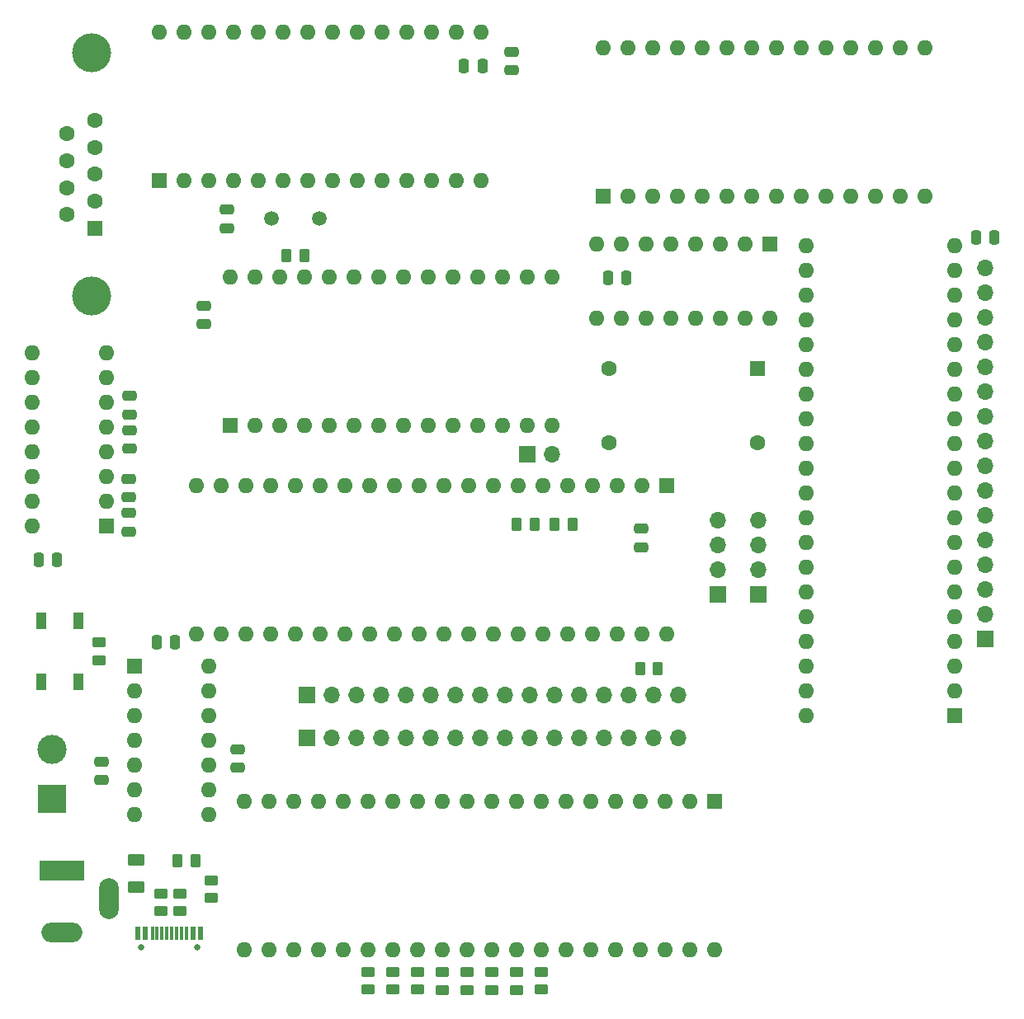
<source format=gbr>
%TF.GenerationSoftware,KiCad,Pcbnew,6.0.10-86aedd382b~118~ubuntu22.10.1*%
%TF.CreationDate,2023-07-04T19:59:14-07:00*%
%TF.ProjectId,6502v2,36353032-7632-42e6-9b69-6361645f7063,rev?*%
%TF.SameCoordinates,Original*%
%TF.FileFunction,Soldermask,Top*%
%TF.FilePolarity,Negative*%
%FSLAX46Y46*%
G04 Gerber Fmt 4.6, Leading zero omitted, Abs format (unit mm)*
G04 Created by KiCad (PCBNEW 6.0.10-86aedd382b~118~ubuntu22.10.1) date 2023-07-04 19:59:14*
%MOMM*%
%LPD*%
G01*
G04 APERTURE LIST*
G04 Aperture macros list*
%AMRoundRect*
0 Rectangle with rounded corners*
0 $1 Rounding radius*
0 $2 $3 $4 $5 $6 $7 $8 $9 X,Y pos of 4 corners*
0 Add a 4 corners polygon primitive as box body*
4,1,4,$2,$3,$4,$5,$6,$7,$8,$9,$2,$3,0*
0 Add four circle primitives for the rounded corners*
1,1,$1+$1,$2,$3*
1,1,$1+$1,$4,$5*
1,1,$1+$1,$6,$7*
1,1,$1+$1,$8,$9*
0 Add four rect primitives between the rounded corners*
20,1,$1+$1,$2,$3,$4,$5,0*
20,1,$1+$1,$4,$5,$6,$7,0*
20,1,$1+$1,$6,$7,$8,$9,0*
20,1,$1+$1,$8,$9,$2,$3,0*%
G04 Aperture macros list end*
%ADD10RoundRect,0.250000X0.450000X-0.262500X0.450000X0.262500X-0.450000X0.262500X-0.450000X-0.262500X0*%
%ADD11RoundRect,0.250000X0.250000X0.475000X-0.250000X0.475000X-0.250000X-0.475000X0.250000X-0.475000X0*%
%ADD12C,1.500000*%
%ADD13RoundRect,0.250000X0.475000X-0.250000X0.475000X0.250000X-0.475000X0.250000X-0.475000X-0.250000X0*%
%ADD14RoundRect,0.250000X-0.475000X0.250000X-0.475000X-0.250000X0.475000X-0.250000X0.475000X0.250000X0*%
%ADD15R,1.700000X1.700000*%
%ADD16O,1.700000X1.700000*%
%ADD17RoundRect,0.250000X-0.262500X-0.450000X0.262500X-0.450000X0.262500X0.450000X-0.262500X0.450000X0*%
%ADD18R,1.600000X1.600000*%
%ADD19O,1.600000X1.600000*%
%ADD20RoundRect,0.250000X-0.450000X0.262500X-0.450000X-0.262500X0.450000X-0.262500X0.450000X0.262500X0*%
%ADD21RoundRect,0.250000X0.262500X0.450000X-0.262500X0.450000X-0.262500X-0.450000X0.262500X-0.450000X0*%
%ADD22C,0.650000*%
%ADD23R,0.600000X1.450000*%
%ADD24R,0.300000X1.450000*%
%ADD25RoundRect,0.250000X0.625000X-0.375000X0.625000X0.375000X-0.625000X0.375000X-0.625000X-0.375000X0*%
%ADD26R,3.000000X3.000000*%
%ADD27C,3.000000*%
%ADD28RoundRect,0.250000X-0.250000X-0.475000X0.250000X-0.475000X0.250000X0.475000X-0.250000X0.475000X0*%
%ADD29R,4.600000X2.000000*%
%ADD30O,4.200000X2.000000*%
%ADD31O,2.000000X4.200000*%
%ADD32C,1.600000*%
%ADD33C,4.000000*%
%ADD34R,1.000000X1.700000*%
G04 APERTURE END LIST*
D10*
%TO.C,D14*%
X69450000Y-126262500D03*
X69450000Y-124437500D03*
%TD*%
D11*
%TO.C,C10*%
X47075000Y-90600000D03*
X45175000Y-90600000D03*
%TD*%
D12*
%TO.C,1.8432 Mh*%
X61875000Y-47075000D03*
X56995000Y-47075000D03*
%TD*%
D10*
%TO.C,D16*%
X66850000Y-126250000D03*
X66850000Y-124425000D03*
%TD*%
%TO.C,D4*%
X82130000Y-126265000D03*
X82130000Y-124440000D03*
%TD*%
D13*
%TO.C,C8*%
X39525000Y-104750000D03*
X39525000Y-102850000D03*
%TD*%
D10*
%TO.C,D12*%
X71975000Y-126262500D03*
X71975000Y-124437500D03*
%TD*%
D14*
%TO.C,C14*%
X42300000Y-77300000D03*
X42300000Y-79200000D03*
%TD*%
D15*
%TO.C,GPIO*%
X60600000Y-100425000D03*
D16*
X63140000Y-100425000D03*
X65680000Y-100425000D03*
X68220000Y-100425000D03*
X70760000Y-100425000D03*
X73300000Y-100425000D03*
X75840000Y-100425000D03*
X78380000Y-100425000D03*
X80920000Y-100425000D03*
X83460000Y-100425000D03*
X86000000Y-100425000D03*
X88540000Y-100425000D03*
X91080000Y-100425000D03*
X93620000Y-100425000D03*
X96160000Y-100425000D03*
X98700000Y-100425000D03*
%TD*%
D13*
%TO.C,C11*%
X42300000Y-75700000D03*
X42300000Y-73800000D03*
%TD*%
%TO.C,C15*%
X52400000Y-48050000D03*
X52400000Y-46150000D03*
%TD*%
D15*
%TO.C,NMI*%
X83225000Y-71250000D03*
D16*
X85765000Y-71250000D03*
%TD*%
D17*
%TO.C,R30*%
X86037500Y-78500000D03*
X87862500Y-78500000D03*
%TD*%
D14*
%TO.C,C13*%
X42400000Y-65300000D03*
X42400000Y-67200000D03*
%TD*%
D18*
%TO.C,65C22*%
X102450000Y-106900000D03*
D19*
X99910000Y-106900000D03*
X97370000Y-106900000D03*
X94830000Y-106900000D03*
X92290000Y-106900000D03*
X89750000Y-106900000D03*
X87210000Y-106900000D03*
X84670000Y-106900000D03*
X82130000Y-106900000D03*
X79590000Y-106900000D03*
X77050000Y-106900000D03*
X74510000Y-106900000D03*
X71970000Y-106900000D03*
X69430000Y-106900000D03*
X66890000Y-106900000D03*
X64350000Y-106900000D03*
X61810000Y-106900000D03*
X59270000Y-106900000D03*
X56730000Y-106900000D03*
X54190000Y-106900000D03*
X54190000Y-122140000D03*
X56730000Y-122140000D03*
X59270000Y-122140000D03*
X61810000Y-122140000D03*
X64350000Y-122140000D03*
X66890000Y-122140000D03*
X69430000Y-122140000D03*
X71970000Y-122140000D03*
X74510000Y-122140000D03*
X77050000Y-122140000D03*
X79590000Y-122140000D03*
X82130000Y-122140000D03*
X84670000Y-122140000D03*
X87210000Y-122140000D03*
X89750000Y-122140000D03*
X92290000Y-122140000D03*
X94830000Y-122140000D03*
X97370000Y-122140000D03*
X99910000Y-122140000D03*
X102450000Y-122140000D03*
%TD*%
D20*
%TO.C,R3*%
X50800000Y-115015000D03*
X50800000Y-116840000D03*
%TD*%
D10*
%TO.C,R31*%
X39300000Y-92425000D03*
X39300000Y-90600000D03*
%TD*%
D11*
%TO.C,C1*%
X78650000Y-31375000D03*
X76750000Y-31375000D03*
%TD*%
%TO.C,C6*%
X93400000Y-53125000D03*
X91500000Y-53125000D03*
%TD*%
D21*
%TO.C,D1*%
X49172500Y-113030000D03*
X47347500Y-113030000D03*
%TD*%
D10*
%TO.C,D2*%
X84650000Y-126262500D03*
X84650000Y-124437500D03*
%TD*%
D15*
%TO.C,J8*%
X102750000Y-85700000D03*
D16*
X102750000Y-83160000D03*
X102750000Y-80620000D03*
X102750000Y-78080000D03*
%TD*%
D22*
%TO.C,USB1*%
X49390000Y-121900000D03*
X43610000Y-121900000D03*
D23*
X43275000Y-120455000D03*
X44050000Y-120455000D03*
D24*
X44750000Y-120455000D03*
X45250000Y-120455000D03*
X45750000Y-120455000D03*
X46250000Y-120455000D03*
X46750000Y-120455000D03*
X47250000Y-120455000D03*
X47750000Y-120455000D03*
X48250000Y-120455000D03*
D23*
X48950000Y-120455000D03*
X49725000Y-120455000D03*
%TD*%
D14*
%TO.C,C4*%
X94875000Y-78925000D03*
X94875000Y-80825000D03*
%TD*%
D25*
%TO.C,Fuse*%
X43100000Y-115700000D03*
X43100000Y-112900000D03*
%TD*%
D15*
%TO.C,LCD Header*%
X60623000Y-96022000D03*
D16*
X63163000Y-96022000D03*
X65703000Y-96022000D03*
X68243000Y-96022000D03*
X70783000Y-96022000D03*
X73323000Y-96022000D03*
X75863000Y-96022000D03*
X78403000Y-96022000D03*
X80943000Y-96022000D03*
X83483000Y-96022000D03*
X86023000Y-96022000D03*
X88563000Y-96022000D03*
X91103000Y-96022000D03*
X93643000Y-96022000D03*
X96183000Y-96022000D03*
X98723000Y-96022000D03*
%TD*%
D18*
%TO.C,74HC00*%
X42900000Y-93050000D03*
D19*
X42900000Y-95590000D03*
X42900000Y-98130000D03*
X42900000Y-100670000D03*
X42900000Y-103210000D03*
X42900000Y-105750000D03*
X42900000Y-108290000D03*
X50520000Y-108290000D03*
X50520000Y-105750000D03*
X50520000Y-103210000D03*
X50520000Y-100670000D03*
X50520000Y-98130000D03*
X50520000Y-95590000D03*
X50520000Y-93050000D03*
%TD*%
D13*
%TO.C,C12*%
X42400000Y-70700000D03*
X42400000Y-68800000D03*
%TD*%
D17*
%TO.C,R32*%
X94800000Y-93300000D03*
X96625000Y-93300000D03*
%TD*%
D26*
%TO.C,J1*%
X34500000Y-106650000D03*
D27*
X34500000Y-101570000D03*
%TD*%
D28*
%TO.C,C9*%
X129275000Y-49025000D03*
X131175000Y-49025000D03*
%TD*%
D10*
%TO.C,D8*%
X77040000Y-126265000D03*
X77040000Y-124440000D03*
%TD*%
D14*
%TO.C,C3*%
X81650000Y-29925000D03*
X81650000Y-31825000D03*
%TD*%
D29*
%TO.C,5v*%
X35500000Y-114050000D03*
D30*
X35500000Y-120350000D03*
D31*
X40300000Y-116950000D03*
%TD*%
D18*
%TO.C,RAM*%
X52775000Y-68325000D03*
D19*
X55315000Y-68325000D03*
X57855000Y-68325000D03*
X60395000Y-68325000D03*
X62935000Y-68325000D03*
X65475000Y-68325000D03*
X68015000Y-68325000D03*
X70555000Y-68325000D03*
X73095000Y-68325000D03*
X75635000Y-68325000D03*
X78175000Y-68325000D03*
X80715000Y-68325000D03*
X83255000Y-68325000D03*
X85795000Y-68325000D03*
X85795000Y-53085000D03*
X83255000Y-53085000D03*
X80715000Y-53085000D03*
X78175000Y-53085000D03*
X75635000Y-53085000D03*
X73095000Y-53085000D03*
X70555000Y-53085000D03*
X68015000Y-53085000D03*
X65475000Y-53085000D03*
X62935000Y-53085000D03*
X60395000Y-53085000D03*
X57855000Y-53085000D03*
X55315000Y-53085000D03*
X52775000Y-53085000D03*
%TD*%
D28*
%TO.C,C2*%
X33100000Y-82150000D03*
X35000000Y-82150000D03*
%TD*%
D18*
%TO.C,65C51*%
X45500000Y-43125000D03*
D19*
X48040000Y-43125000D03*
X50580000Y-43125000D03*
X53120000Y-43125000D03*
X55660000Y-43125000D03*
X58200000Y-43125000D03*
X60740000Y-43125000D03*
X63280000Y-43125000D03*
X65820000Y-43125000D03*
X68360000Y-43125000D03*
X70900000Y-43125000D03*
X73440000Y-43125000D03*
X75980000Y-43125000D03*
X78520000Y-43125000D03*
X78520000Y-27885000D03*
X75980000Y-27885000D03*
X73440000Y-27885000D03*
X70900000Y-27885000D03*
X68360000Y-27885000D03*
X65820000Y-27885000D03*
X63280000Y-27885000D03*
X60740000Y-27885000D03*
X58200000Y-27885000D03*
X55660000Y-27885000D03*
X53120000Y-27885000D03*
X50580000Y-27885000D03*
X48040000Y-27885000D03*
X45500000Y-27885000D03*
%TD*%
D18*
%TO.C,1Mh*%
X106870000Y-62440000D03*
D32*
X91630000Y-62440000D03*
X91630000Y-70060000D03*
X106870000Y-70060000D03*
%TD*%
D10*
%TO.C,R1*%
X45650000Y-118187500D03*
X45650000Y-116362500D03*
%TD*%
D18*
%TO.C,74HC238*%
X108125000Y-49700000D03*
D19*
X105585000Y-49700000D03*
X103045000Y-49700000D03*
X100505000Y-49700000D03*
X97965000Y-49700000D03*
X95425000Y-49700000D03*
X92885000Y-49700000D03*
X90345000Y-49700000D03*
X90345000Y-57320000D03*
X92885000Y-57320000D03*
X95425000Y-57320000D03*
X97965000Y-57320000D03*
X100505000Y-57320000D03*
X103045000Y-57320000D03*
X105585000Y-57320000D03*
X108125000Y-57320000D03*
%TD*%
D14*
%TO.C,C7*%
X50000000Y-56000000D03*
X50000000Y-57900000D03*
%TD*%
D17*
%TO.C,R33*%
X58537500Y-50900000D03*
X60362500Y-50900000D03*
%TD*%
D13*
%TO.C,C5*%
X53550000Y-103475000D03*
X53550000Y-101575000D03*
%TD*%
D18*
%TO.C,65C22*%
X127125000Y-98125000D03*
D19*
X127125000Y-95585000D03*
X127125000Y-93045000D03*
X127125000Y-90505000D03*
X127125000Y-87965000D03*
X127125000Y-85425000D03*
X127125000Y-82885000D03*
X127125000Y-80345000D03*
X127125000Y-77805000D03*
X127125000Y-75265000D03*
X127125000Y-72725000D03*
X127125000Y-70185000D03*
X127125000Y-67645000D03*
X127125000Y-65105000D03*
X127125000Y-62565000D03*
X127125000Y-60025000D03*
X127125000Y-57485000D03*
X127125000Y-54945000D03*
X127125000Y-52405000D03*
X127125000Y-49865000D03*
X111885000Y-49865000D03*
X111885000Y-52405000D03*
X111885000Y-54945000D03*
X111885000Y-57485000D03*
X111885000Y-60025000D03*
X111885000Y-62565000D03*
X111885000Y-65105000D03*
X111885000Y-67645000D03*
X111885000Y-70185000D03*
X111885000Y-72725000D03*
X111885000Y-75265000D03*
X111885000Y-77805000D03*
X111885000Y-80345000D03*
X111885000Y-82885000D03*
X111885000Y-85425000D03*
X111885000Y-87965000D03*
X111885000Y-90505000D03*
X111885000Y-93045000D03*
X111885000Y-95585000D03*
X111885000Y-98125000D03*
%TD*%
D10*
%TO.C,D6*%
X79590000Y-126265000D03*
X79590000Y-124440000D03*
%TD*%
D18*
%TO.C,MAX232*%
X40050000Y-78625000D03*
D19*
X40050000Y-76085000D03*
X40050000Y-73545000D03*
X40050000Y-71005000D03*
X40050000Y-68465000D03*
X40050000Y-65925000D03*
X40050000Y-63385000D03*
X40050000Y-60845000D03*
X32430000Y-60845000D03*
X32430000Y-63385000D03*
X32430000Y-65925000D03*
X32430000Y-68465000D03*
X32430000Y-71005000D03*
X32430000Y-73545000D03*
X32430000Y-76085000D03*
X32430000Y-78625000D03*
%TD*%
D17*
%TO.C,R29*%
X82125000Y-78450000D03*
X83950000Y-78450000D03*
%TD*%
D33*
%TO.C,J9*%
X38530331Y-55010000D03*
X38530331Y-30010000D03*
D18*
X38830331Y-48050000D03*
D32*
X38830331Y-45280000D03*
X38830331Y-42510000D03*
X38830331Y-39740000D03*
X38830331Y-36970000D03*
X35990331Y-46665000D03*
X35990331Y-43895000D03*
X35990331Y-41125000D03*
X35990331Y-38355000D03*
%TD*%
D34*
%TO.C,Reset*%
X33350000Y-88350000D03*
X33350000Y-94650000D03*
X37150000Y-94650000D03*
X37150000Y-88350000D03*
%TD*%
D15*
%TO.C,GPIO*%
X130225000Y-90250000D03*
D16*
X130225000Y-87710000D03*
X130225000Y-85170000D03*
X130225000Y-82630000D03*
X130225000Y-80090000D03*
X130225000Y-77550000D03*
X130225000Y-75010000D03*
X130225000Y-72470000D03*
X130225000Y-69930000D03*
X130225000Y-67390000D03*
X130225000Y-64850000D03*
X130225000Y-62310000D03*
X130225000Y-59770000D03*
X130225000Y-57230000D03*
X130225000Y-54690000D03*
X130225000Y-52150000D03*
%TD*%
D10*
%TO.C,R2*%
X47600000Y-118187500D03*
X47600000Y-116362500D03*
%TD*%
D15*
%TO.C,J5*%
X106950000Y-85700000D03*
D16*
X106950000Y-83160000D03*
X106950000Y-80620000D03*
X106950000Y-78080000D03*
%TD*%
D10*
%TO.C,D10*%
X74510000Y-126265000D03*
X74510000Y-124440000D03*
%TD*%
D18*
%TO.C,U9*%
X91000000Y-44750000D03*
D19*
X93540000Y-44750000D03*
X96080000Y-44750000D03*
X98620000Y-44750000D03*
X101160000Y-44750000D03*
X103700000Y-44750000D03*
X106240000Y-44750000D03*
X108780000Y-44750000D03*
X111320000Y-44750000D03*
X113860000Y-44750000D03*
X116400000Y-44750000D03*
X118940000Y-44750000D03*
X121480000Y-44750000D03*
X124020000Y-44750000D03*
X124020000Y-29510000D03*
X121480000Y-29510000D03*
X118940000Y-29510000D03*
X116400000Y-29510000D03*
X113860000Y-29510000D03*
X111320000Y-29510000D03*
X108780000Y-29510000D03*
X106240000Y-29510000D03*
X103700000Y-29510000D03*
X101160000Y-29510000D03*
X98620000Y-29510000D03*
X96080000Y-29510000D03*
X93540000Y-29510000D03*
X91000000Y-29510000D03*
%TD*%
D18*
%TO.C,65C02*%
X97525000Y-74475000D03*
D19*
X94985000Y-74475000D03*
X92445000Y-74475000D03*
X89905000Y-74475000D03*
X87365000Y-74475000D03*
X84825000Y-74475000D03*
X82285000Y-74475000D03*
X79745000Y-74475000D03*
X77205000Y-74475000D03*
X74665000Y-74475000D03*
X72125000Y-74475000D03*
X69585000Y-74475000D03*
X67045000Y-74475000D03*
X64505000Y-74475000D03*
X61965000Y-74475000D03*
X59425000Y-74475000D03*
X56885000Y-74475000D03*
X54345000Y-74475000D03*
X51805000Y-74475000D03*
X49265000Y-74475000D03*
X49265000Y-89715000D03*
X51805000Y-89715000D03*
X54345000Y-89715000D03*
X56885000Y-89715000D03*
X59425000Y-89715000D03*
X61965000Y-89715000D03*
X64505000Y-89715000D03*
X67045000Y-89715000D03*
X69585000Y-89715000D03*
X72125000Y-89715000D03*
X74665000Y-89715000D03*
X77205000Y-89715000D03*
X79745000Y-89715000D03*
X82285000Y-89715000D03*
X84825000Y-89715000D03*
X87365000Y-89715000D03*
X89905000Y-89715000D03*
X92445000Y-89715000D03*
X94985000Y-89715000D03*
X97525000Y-89715000D03*
%TD*%
M02*

</source>
